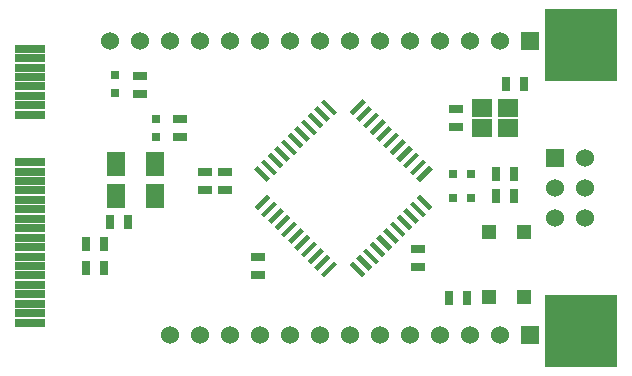
<source format=gts>
G04 (created by PCBNEW (2013-may-18)-stable) date Mon 04 May 2015 02:01:06 PM CST*
%MOIN*%
G04 Gerber Fmt 3.4, Leading zero omitted, Abs format*
%FSLAX34Y34*%
G01*
G70*
G90*
G04 APERTURE LIST*
%ADD10C,0.00590551*%
%ADD11R,0.0984252X0.0314961*%
%ADD12R,0.240346X0.240346*%
%ADD13R,0.06X0.06*%
%ADD14C,0.06*%
%ADD15R,0.0314X0.0314*%
%ADD16R,0.0671181X0.0592441*%
%ADD17R,0.06X0.08*%
%ADD18R,0.045X0.025*%
%ADD19R,0.025X0.045*%
%ADD20R,0.0513701X0.0474331*%
G04 APERTURE END LIST*
G54D10*
G36*
X28992Y-46711D02*
X28568Y-47135D01*
X28455Y-47022D01*
X28879Y-46597D01*
X28992Y-46711D01*
X28992Y-46711D01*
G37*
G36*
X29215Y-46933D02*
X28791Y-47358D01*
X28678Y-47244D01*
X29102Y-46820D01*
X29215Y-46933D01*
X29215Y-46933D01*
G37*
G36*
X29438Y-47156D02*
X29013Y-47580D01*
X28900Y-47467D01*
X29325Y-47043D01*
X29438Y-47156D01*
X29438Y-47156D01*
G37*
G36*
X29660Y-47379D02*
X29236Y-47803D01*
X29123Y-47690D01*
X29547Y-47266D01*
X29660Y-47379D01*
X29660Y-47379D01*
G37*
G36*
X29883Y-47601D02*
X29459Y-48026D01*
X29346Y-47913D01*
X29770Y-47488D01*
X29883Y-47601D01*
X29883Y-47601D01*
G37*
G36*
X30106Y-47824D02*
X29682Y-48248D01*
X29568Y-48135D01*
X29993Y-47711D01*
X30106Y-47824D01*
X30106Y-47824D01*
G37*
G36*
X28769Y-46488D02*
X28345Y-46912D01*
X28232Y-46799D01*
X28656Y-46375D01*
X28769Y-46488D01*
X28769Y-46488D01*
G37*
G36*
X28547Y-46265D02*
X28122Y-46689D01*
X28009Y-46576D01*
X28434Y-46152D01*
X28547Y-46265D01*
X28547Y-46265D01*
G37*
G36*
X28324Y-46042D02*
X27900Y-46467D01*
X27787Y-46353D01*
X28211Y-45929D01*
X28324Y-46042D01*
X28324Y-46042D01*
G37*
G36*
X28101Y-45820D02*
X27677Y-46244D01*
X27564Y-46131D01*
X27988Y-45706D01*
X28101Y-45820D01*
X28101Y-45820D01*
G37*
G36*
X27878Y-45597D02*
X27454Y-46021D01*
X27341Y-45908D01*
X27765Y-45484D01*
X27878Y-45597D01*
X27878Y-45597D01*
G37*
G36*
X32174Y-43529D02*
X31750Y-43953D01*
X31637Y-43840D01*
X32061Y-43415D01*
X32174Y-43529D01*
X32174Y-43529D01*
G37*
G36*
X32397Y-43751D02*
X31973Y-44176D01*
X31859Y-44062D01*
X32284Y-43638D01*
X32397Y-43751D01*
X32397Y-43751D01*
G37*
G36*
X32620Y-43974D02*
X32195Y-44398D01*
X32082Y-44285D01*
X32506Y-43861D01*
X32620Y-43974D01*
X32620Y-43974D01*
G37*
G36*
X32842Y-44197D02*
X32418Y-44621D01*
X32305Y-44508D01*
X32729Y-44084D01*
X32842Y-44197D01*
X32842Y-44197D01*
G37*
G36*
X33065Y-44419D02*
X32641Y-44844D01*
X32528Y-44731D01*
X32952Y-44306D01*
X33065Y-44419D01*
X33065Y-44419D01*
G37*
G36*
X33288Y-44642D02*
X32864Y-45066D01*
X32750Y-44953D01*
X33175Y-44529D01*
X33288Y-44642D01*
X33288Y-44642D01*
G37*
G36*
X31951Y-43306D02*
X31527Y-43730D01*
X31414Y-43617D01*
X31838Y-43193D01*
X31951Y-43306D01*
X31951Y-43306D01*
G37*
G36*
X31729Y-43083D02*
X31304Y-43507D01*
X31191Y-43394D01*
X31616Y-42970D01*
X31729Y-43083D01*
X31729Y-43083D01*
G37*
G36*
X31506Y-42860D02*
X31082Y-43285D01*
X30969Y-43171D01*
X31393Y-42747D01*
X31506Y-42860D01*
X31506Y-42860D01*
G37*
G36*
X31283Y-42638D02*
X30859Y-43062D01*
X30746Y-42949D01*
X31170Y-42524D01*
X31283Y-42638D01*
X31283Y-42638D01*
G37*
G36*
X31060Y-42415D02*
X30636Y-42839D01*
X30523Y-42726D01*
X30947Y-42302D01*
X31060Y-42415D01*
X31060Y-42415D01*
G37*
G36*
X32174Y-47022D02*
X32061Y-47135D01*
X31637Y-46711D01*
X31750Y-46597D01*
X32174Y-47022D01*
X32174Y-47022D01*
G37*
G36*
X28992Y-43840D02*
X28879Y-43953D01*
X28455Y-43529D01*
X28568Y-43415D01*
X28992Y-43840D01*
X28992Y-43840D01*
G37*
G36*
X32397Y-46799D02*
X32284Y-46912D01*
X31859Y-46488D01*
X31973Y-46375D01*
X32397Y-46799D01*
X32397Y-46799D01*
G37*
G36*
X29215Y-43617D02*
X29102Y-43730D01*
X28678Y-43306D01*
X28791Y-43193D01*
X29215Y-43617D01*
X29215Y-43617D01*
G37*
G36*
X29438Y-43394D02*
X29325Y-43507D01*
X28900Y-43083D01*
X29013Y-42970D01*
X29438Y-43394D01*
X29438Y-43394D01*
G37*
G36*
X32620Y-46576D02*
X32506Y-46689D01*
X32082Y-46265D01*
X32195Y-46152D01*
X32620Y-46576D01*
X32620Y-46576D01*
G37*
G36*
X32842Y-46353D02*
X32729Y-46467D01*
X32305Y-46042D01*
X32418Y-45929D01*
X32842Y-46353D01*
X32842Y-46353D01*
G37*
G36*
X29660Y-43171D02*
X29547Y-43285D01*
X29123Y-42860D01*
X29236Y-42747D01*
X29660Y-43171D01*
X29660Y-43171D01*
G37*
G36*
X29883Y-42949D02*
X29770Y-43062D01*
X29346Y-42638D01*
X29459Y-42524D01*
X29883Y-42949D01*
X29883Y-42949D01*
G37*
G36*
X33065Y-46131D02*
X32952Y-46244D01*
X32528Y-45820D01*
X32641Y-45706D01*
X33065Y-46131D01*
X33065Y-46131D01*
G37*
G36*
X33288Y-45908D02*
X33175Y-46021D01*
X32750Y-45597D01*
X32864Y-45484D01*
X33288Y-45908D01*
X33288Y-45908D01*
G37*
G36*
X30106Y-42726D02*
X29993Y-42839D01*
X29568Y-42415D01*
X29682Y-42302D01*
X30106Y-42726D01*
X30106Y-42726D01*
G37*
G36*
X28769Y-44062D02*
X28656Y-44176D01*
X28232Y-43751D01*
X28345Y-43638D01*
X28769Y-44062D01*
X28769Y-44062D01*
G37*
G36*
X31951Y-47244D02*
X31838Y-47358D01*
X31414Y-46933D01*
X31527Y-46820D01*
X31951Y-47244D01*
X31951Y-47244D01*
G37*
G36*
X31729Y-47467D02*
X31616Y-47580D01*
X31191Y-47156D01*
X31304Y-47043D01*
X31729Y-47467D01*
X31729Y-47467D01*
G37*
G36*
X28547Y-44285D02*
X28434Y-44398D01*
X28009Y-43974D01*
X28122Y-43861D01*
X28547Y-44285D01*
X28547Y-44285D01*
G37*
G36*
X28324Y-44508D02*
X28211Y-44621D01*
X27787Y-44197D01*
X27900Y-44084D01*
X28324Y-44508D01*
X28324Y-44508D01*
G37*
G36*
X31506Y-47690D02*
X31393Y-47803D01*
X30969Y-47379D01*
X31082Y-47266D01*
X31506Y-47690D01*
X31506Y-47690D01*
G37*
G36*
X31283Y-47913D02*
X31170Y-48026D01*
X30746Y-47601D01*
X30859Y-47488D01*
X31283Y-47913D01*
X31283Y-47913D01*
G37*
G36*
X28101Y-44731D02*
X27988Y-44844D01*
X27564Y-44419D01*
X27677Y-44306D01*
X28101Y-44731D01*
X28101Y-44731D01*
G37*
G36*
X27878Y-44953D02*
X27765Y-45066D01*
X27341Y-44642D01*
X27454Y-44529D01*
X27878Y-44953D01*
X27878Y-44953D01*
G37*
G36*
X31060Y-48135D02*
X30947Y-48248D01*
X30523Y-47824D01*
X30636Y-47711D01*
X31060Y-48135D01*
X31060Y-48135D01*
G37*
G54D11*
X19862Y-40629D03*
X19862Y-40944D03*
X19862Y-41259D03*
X19862Y-41574D03*
X19862Y-41889D03*
X19862Y-42204D03*
X19862Y-42519D03*
X19862Y-42834D03*
X19862Y-44409D03*
X19862Y-44724D03*
X19862Y-45039D03*
X19862Y-45354D03*
X19862Y-45669D03*
X19862Y-45984D03*
X19862Y-46299D03*
X19862Y-46614D03*
X19862Y-46929D03*
X19862Y-47244D03*
X19862Y-47559D03*
X19862Y-47874D03*
X19862Y-48188D03*
X19862Y-48503D03*
X19862Y-48818D03*
X19862Y-49133D03*
X19862Y-49448D03*
X19862Y-49763D03*
G54D12*
X38228Y-50039D03*
X38228Y-40511D03*
G54D13*
X37370Y-44275D03*
G54D14*
X38370Y-44275D03*
X37370Y-45275D03*
X38370Y-45275D03*
X37370Y-46275D03*
X38370Y-46275D03*
G54D13*
X36527Y-40370D03*
G54D14*
X35527Y-40370D03*
X34527Y-40370D03*
X33527Y-40370D03*
X32527Y-40370D03*
X31527Y-40370D03*
X30527Y-40370D03*
X29527Y-40370D03*
X28527Y-40370D03*
X27527Y-40370D03*
X26527Y-40370D03*
X25527Y-40370D03*
X24527Y-40370D03*
X23527Y-40370D03*
X22527Y-40370D03*
G54D13*
X36527Y-50181D03*
G54D14*
X35527Y-50181D03*
X34527Y-50181D03*
X33527Y-50181D03*
X32527Y-50181D03*
X31527Y-50181D03*
X30527Y-50181D03*
X29527Y-50181D03*
X28527Y-50181D03*
X27527Y-50181D03*
X26527Y-50181D03*
X25527Y-50181D03*
X24527Y-50181D03*
G54D15*
X24074Y-43562D03*
X24074Y-42972D03*
G54D16*
X35787Y-43287D03*
X34921Y-43287D03*
X34921Y-42618D03*
X35787Y-42618D03*
G54D17*
X24035Y-44488D03*
X22735Y-44488D03*
X22735Y-45531D03*
X24035Y-45531D03*
G54D18*
X24881Y-42987D03*
X24881Y-43587D03*
G54D19*
X33833Y-48937D03*
X34433Y-48937D03*
X22347Y-47145D03*
X21747Y-47145D03*
X22347Y-47933D03*
X21747Y-47933D03*
G54D18*
X23543Y-41530D03*
X23543Y-42130D03*
G54D19*
X35388Y-44803D03*
X35988Y-44803D03*
X35388Y-45531D03*
X35988Y-45531D03*
X35743Y-41811D03*
X36343Y-41811D03*
G54D18*
X32814Y-47298D03*
X32814Y-47898D03*
G54D19*
X22534Y-46417D03*
X23134Y-46417D03*
G54D18*
X25708Y-45339D03*
X25708Y-44739D03*
X26358Y-45339D03*
X26358Y-44739D03*
X27480Y-48174D03*
X27480Y-47574D03*
X34055Y-43252D03*
X34055Y-42652D03*
G54D15*
X34566Y-45590D03*
X33976Y-45590D03*
X34566Y-44803D03*
X33976Y-44803D03*
X22716Y-42106D03*
X22716Y-41516D03*
G54D20*
X36338Y-46751D03*
X36338Y-48917D03*
X35157Y-46751D03*
X35157Y-48917D03*
M02*

</source>
